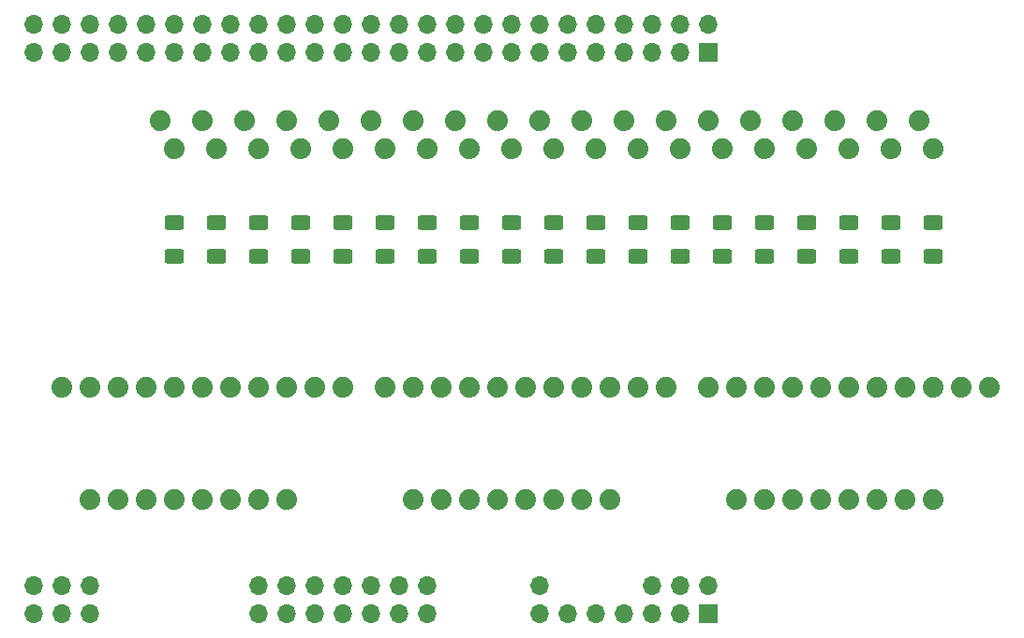
<source format=gbr>
%TF.GenerationSoftware,KiCad,Pcbnew,7.0.9*%
%TF.CreationDate,2024-01-15T11:44:11+01:00*%
%TF.ProjectId,pltka_inz,706c746b-615f-4696-9e7a-2e6b69636164,rev?*%
%TF.SameCoordinates,Original*%
%TF.FileFunction,Soldermask,Top*%
%TF.FilePolarity,Negative*%
%FSLAX46Y46*%
G04 Gerber Fmt 4.6, Leading zero omitted, Abs format (unit mm)*
G04 Created by KiCad (PCBNEW 7.0.9) date 2024-01-15 11:44:11*
%MOMM*%
%LPD*%
G01*
G04 APERTURE LIST*
G04 Aperture macros list*
%AMRoundRect*
0 Rectangle with rounded corners*
0 $1 Rounding radius*
0 $2 $3 $4 $5 $6 $7 $8 $9 X,Y pos of 4 corners*
0 Add a 4 corners polygon primitive as box body*
4,1,4,$2,$3,$4,$5,$6,$7,$8,$9,$2,$3,0*
0 Add four circle primitives for the rounded corners*
1,1,$1+$1,$2,$3*
1,1,$1+$1,$4,$5*
1,1,$1+$1,$6,$7*
1,1,$1+$1,$8,$9*
0 Add four rect primitives between the rounded corners*
20,1,$1+$1,$2,$3,$4,$5,0*
20,1,$1+$1,$4,$5,$6,$7,0*
20,1,$1+$1,$6,$7,$8,$9,0*
20,1,$1+$1,$8,$9,$2,$3,0*%
G04 Aperture macros list end*
%ADD10RoundRect,0.250000X-0.625000X0.400000X-0.625000X-0.400000X0.625000X-0.400000X0.625000X0.400000X0*%
%ADD11C,1.879600*%
%ADD12R,1.700000X1.700000*%
%ADD13O,1.700000X1.700000*%
G04 APERTURE END LIST*
D10*
%TO.C,R1*%
X106680000Y-83996250D03*
X106680000Y-87096250D03*
%TD*%
D11*
%TO.C,M2*%
X125730000Y-98881250D03*
X128270000Y-98881250D03*
X130810000Y-98881250D03*
X133350000Y-98881250D03*
X135890000Y-98881250D03*
X138430000Y-98881250D03*
X140970000Y-98881250D03*
X143510000Y-98881250D03*
X146050000Y-98881250D03*
X148590000Y-98881250D03*
X151130000Y-98881250D03*
X128270000Y-109041250D03*
X130810000Y-109041250D03*
X133350000Y-109041250D03*
X135890000Y-109041250D03*
X138430000Y-109041250D03*
X140970000Y-109041250D03*
X143510000Y-109041250D03*
X146050000Y-109041250D03*
%TD*%
D10*
%TO.C,R16*%
X163830000Y-83996250D03*
X163830000Y-87096250D03*
%TD*%
%TO.C,R15*%
X160020000Y-83996250D03*
X160020000Y-87096250D03*
%TD*%
%TO.C,R13*%
X152400000Y-83996250D03*
X152400000Y-87096250D03*
%TD*%
%TO.C,R18*%
X171450000Y-83996250D03*
X171450000Y-87096250D03*
%TD*%
D11*
%TO.C,M1*%
X154940000Y-98881250D03*
X157480000Y-98881250D03*
X160020000Y-98881250D03*
X162560000Y-98881250D03*
X165100000Y-98881250D03*
X167640000Y-98881250D03*
X170180000Y-98881250D03*
X172720000Y-98881250D03*
X175260000Y-98881250D03*
X177800000Y-98881250D03*
X180340000Y-98881250D03*
X157480000Y-109041250D03*
X160020000Y-109041250D03*
X162560000Y-109041250D03*
X165100000Y-109041250D03*
X167640000Y-109041250D03*
X170180000Y-109041250D03*
X172720000Y-109041250D03*
X175260000Y-109041250D03*
%TD*%
D10*
%TO.C,R5*%
X121920000Y-83996250D03*
X121920000Y-87096250D03*
%TD*%
%TO.C,R10*%
X140970000Y-83996250D03*
X140970000Y-87096250D03*
%TD*%
%TO.C,R4*%
X118110000Y-83996250D03*
X118110000Y-87096250D03*
%TD*%
%TO.C,R6*%
X125730000Y-83996250D03*
X125730000Y-87096250D03*
%TD*%
%TO.C,R17*%
X167640000Y-83996250D03*
X167640000Y-87096250D03*
%TD*%
%TO.C,R7*%
X129540000Y-83996250D03*
X129540000Y-87096250D03*
%TD*%
%TO.C,R19*%
X175260000Y-83996250D03*
X175260000Y-87096250D03*
%TD*%
%TO.C,R11*%
X144780000Y-83996250D03*
X144780000Y-87096250D03*
%TD*%
D11*
%TO.C,J1*%
X105410000Y-74751250D03*
X109220000Y-74751250D03*
X113030000Y-74751250D03*
X116840000Y-74751250D03*
X120650000Y-74751250D03*
X124460000Y-74751250D03*
X128270000Y-74751250D03*
X132080000Y-74751250D03*
X135890000Y-74751250D03*
X139700000Y-74751250D03*
X143510000Y-74751250D03*
X147320000Y-74751250D03*
X151130000Y-74751250D03*
X154940000Y-74751250D03*
X158750000Y-74751250D03*
X162560000Y-74751250D03*
X166370000Y-74751250D03*
X170180000Y-74751250D03*
X173990000Y-74751250D03*
%TD*%
D12*
%TO.C,J4*%
X154940000Y-119380000D03*
D13*
X154940000Y-116840000D03*
X152400000Y-119380000D03*
X152400000Y-116840000D03*
X149860000Y-119380000D03*
X149860000Y-116840000D03*
X147320000Y-119380000D03*
X144780000Y-119380000D03*
X142240000Y-119380000D03*
X139700000Y-119380000D03*
X139700000Y-116840000D03*
X129540000Y-119380000D03*
X129540000Y-116840000D03*
X127000000Y-119380000D03*
X127000000Y-116840000D03*
X124460000Y-119380000D03*
X124460000Y-116840000D03*
X121920000Y-119380000D03*
X121920000Y-116840000D03*
X119380000Y-119380000D03*
X119380000Y-116840000D03*
X116840000Y-119380000D03*
X116840000Y-116840000D03*
X114300000Y-119380000D03*
X114300000Y-116840000D03*
X99060000Y-119380000D03*
X99060000Y-116840000D03*
X96520000Y-119380000D03*
X96520000Y-116840000D03*
X93980000Y-119380000D03*
X93980000Y-116840000D03*
%TD*%
D10*
%TO.C,R2*%
X110490000Y-83996250D03*
X110490000Y-87096250D03*
%TD*%
%TO.C,R8*%
X133350000Y-83996250D03*
X133350000Y-87096250D03*
%TD*%
%TO.C,R14*%
X156210000Y-83996250D03*
X156210000Y-87096250D03*
%TD*%
D11*
%TO.C,J2*%
X106680000Y-77291250D03*
X110490000Y-77291250D03*
X114300000Y-77291250D03*
X118110000Y-77291250D03*
X121920000Y-77291250D03*
X125730000Y-77291250D03*
X129540000Y-77291250D03*
X133350000Y-77291250D03*
X137160000Y-77291250D03*
X140970000Y-77291250D03*
X144780000Y-77291250D03*
X148590000Y-77291250D03*
X152400000Y-77291250D03*
X156210000Y-77291250D03*
X160020000Y-77291250D03*
X163830000Y-77291250D03*
X167640000Y-77291250D03*
X171450000Y-77291250D03*
X175260000Y-77291250D03*
%TD*%
D10*
%TO.C,R12*%
X148590000Y-83996250D03*
X148590000Y-87096250D03*
%TD*%
D12*
%TO.C,J3*%
X154940000Y-68580000D03*
D13*
X154940000Y-66040000D03*
X152400000Y-68580000D03*
X152400000Y-66040000D03*
X149860000Y-68580000D03*
X149860000Y-66040000D03*
X147320000Y-68580000D03*
X147320000Y-66040000D03*
X144780000Y-68580000D03*
X144780000Y-66040000D03*
X142240000Y-68580000D03*
X142240000Y-66040000D03*
X139700000Y-68580000D03*
X139700000Y-66040000D03*
X137160000Y-68580000D03*
X137160000Y-66040000D03*
X134620000Y-68580000D03*
X134620000Y-66040000D03*
X132080000Y-68580000D03*
X132080000Y-66040000D03*
X129540000Y-68580000D03*
X129540000Y-66040000D03*
X127000000Y-68580000D03*
X127000000Y-66040000D03*
X124460000Y-68580000D03*
X124460000Y-66040000D03*
X121920000Y-68580000D03*
X121920000Y-66040000D03*
X119380000Y-68580000D03*
X119380000Y-66040000D03*
X116840000Y-68580000D03*
X116840000Y-66040000D03*
X114300000Y-68580000D03*
X114300000Y-66040000D03*
X111760000Y-68580000D03*
X111760000Y-66040000D03*
X109220000Y-68580000D03*
X109220000Y-66040000D03*
X106680000Y-68580000D03*
X106680000Y-66040000D03*
X104140000Y-68580000D03*
X104140000Y-66040000D03*
X101600000Y-68580000D03*
X101600000Y-66040000D03*
X99060000Y-68580000D03*
X99060000Y-66040000D03*
X96520000Y-68580000D03*
X96520000Y-66040000D03*
X93980000Y-68580000D03*
X93980000Y-66040000D03*
%TD*%
D11*
%TO.C,M3*%
X96520000Y-98881250D03*
X99060000Y-98881250D03*
X101600000Y-98881250D03*
X104140000Y-98881250D03*
X106680000Y-98881250D03*
X109220000Y-98881250D03*
X111760000Y-98881250D03*
X114300000Y-98881250D03*
X116840000Y-98881250D03*
X119380000Y-98881250D03*
X121920000Y-98881250D03*
X99060000Y-109041250D03*
X101600000Y-109041250D03*
X104140000Y-109041250D03*
X106680000Y-109041250D03*
X109220000Y-109041250D03*
X111760000Y-109041250D03*
X114300000Y-109041250D03*
X116840000Y-109041250D03*
%TD*%
D10*
%TO.C,R9*%
X137160000Y-83996250D03*
X137160000Y-87096250D03*
%TD*%
%TO.C,R3*%
X114300000Y-83996250D03*
X114300000Y-87096250D03*
%TD*%
M02*

</source>
